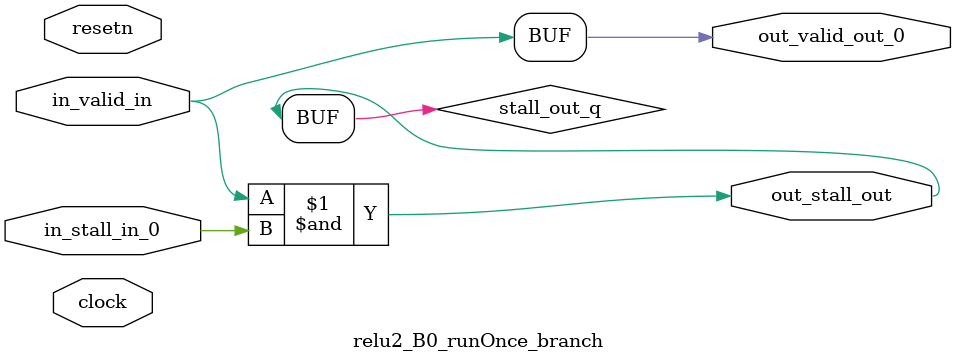
<source format=sv>



(* altera_attribute = "-name AUTO_SHIFT_REGISTER_RECOGNITION OFF; -name MESSAGE_DISABLE 10036; -name MESSAGE_DISABLE 10037; -name MESSAGE_DISABLE 14130; -name MESSAGE_DISABLE 14320; -name MESSAGE_DISABLE 15400; -name MESSAGE_DISABLE 14130; -name MESSAGE_DISABLE 10036; -name MESSAGE_DISABLE 12020; -name MESSAGE_DISABLE 12030; -name MESSAGE_DISABLE 12010; -name MESSAGE_DISABLE 12110; -name MESSAGE_DISABLE 14320; -name MESSAGE_DISABLE 13410; -name MESSAGE_DISABLE 113007; -name MESSAGE_DISABLE 10958" *)
module relu2_B0_runOnce_branch (
    input wire [0:0] in_stall_in_0,
    input wire [0:0] in_valid_in,
    output wire [0:0] out_stall_out,
    output wire [0:0] out_valid_out_0,
    input wire clock,
    input wire resetn
    );

    wire [0:0] stall_out_q;


    // stall_out(LOGICAL,6)
    assign stall_out_q = in_valid_in & in_stall_in_0;

    // out_stall_out(GPOUT,4)
    assign out_stall_out = stall_out_q;

    // out_valid_out_0(GPOUT,5)
    assign out_valid_out_0 = in_valid_in;

endmodule

</source>
